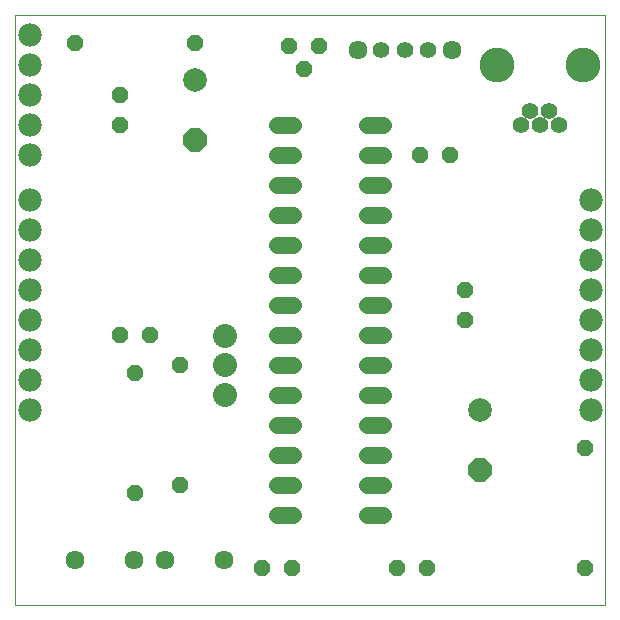
<source format=gts>
G75*
%MOIN*%
%OFA0B0*%
%FSLAX25Y25*%
%IPPOS*%
%LPD*%
%AMOC8*
5,1,8,0,0,1.08239X$1,22.5*
%
%ADD10C,0.00000*%
%ADD11OC8,0.05600*%
%ADD12C,0.07900*%
%ADD13OC8,0.07900*%
%ADD14C,0.07800*%
%ADD15C,0.06337*%
%ADD16C,0.05600*%
%ADD17C,0.08000*%
%ADD18C,0.05550*%
%ADD19C,0.11620*%
D10*
X0001800Y0002000D02*
X0001800Y0198850D01*
X0198650Y0198850D01*
X0198650Y0002000D01*
X0001800Y0002000D01*
D11*
X0041800Y0039500D03*
X0056800Y0042000D03*
X0084300Y0014500D03*
X0094300Y0014500D03*
X0129300Y0014500D03*
X0139300Y0014500D03*
X0191800Y0014500D03*
X0191800Y0054500D03*
X0151800Y0097000D03*
X0151800Y0107000D03*
X0146800Y0152000D03*
X0136800Y0152000D03*
X0103050Y0188250D03*
X0098050Y0180750D03*
X0093050Y0188250D03*
X0061800Y0189500D03*
X0036800Y0172000D03*
X0036800Y0162000D03*
X0021800Y0189500D03*
X0036800Y0092000D03*
X0046800Y0092000D03*
X0056800Y0082000D03*
X0041800Y0079500D03*
D12*
X0061800Y0177000D03*
X0156800Y0067000D03*
D13*
X0156800Y0047000D03*
X0061800Y0157000D03*
D14*
X0006800Y0152000D03*
X0006800Y0162000D03*
X0006800Y0172000D03*
X0006800Y0182000D03*
X0006800Y0192000D03*
X0006800Y0137000D03*
X0006800Y0127000D03*
X0006800Y0117000D03*
X0006800Y0107000D03*
X0006800Y0097000D03*
X0006800Y0087000D03*
X0006800Y0077000D03*
X0006800Y0067000D03*
X0193800Y0067000D03*
X0193800Y0077000D03*
X0193800Y0087000D03*
X0193800Y0097000D03*
X0193800Y0107000D03*
X0193800Y0117000D03*
X0193800Y0127000D03*
X0193800Y0137000D03*
D15*
X0147548Y0187000D03*
X0116052Y0187000D03*
X0071643Y0017000D03*
X0051957Y0017000D03*
X0041643Y0017000D03*
X0021957Y0017000D03*
D16*
X0089200Y0032000D02*
X0094400Y0032000D01*
X0094400Y0042000D02*
X0089200Y0042000D01*
X0089200Y0052000D02*
X0094400Y0052000D01*
X0094400Y0062000D02*
X0089200Y0062000D01*
X0089200Y0072000D02*
X0094400Y0072000D01*
X0094400Y0082000D02*
X0089200Y0082000D01*
X0089200Y0092000D02*
X0094400Y0092000D01*
X0094400Y0102000D02*
X0089200Y0102000D01*
X0089200Y0112000D02*
X0094400Y0112000D01*
X0094400Y0122000D02*
X0089200Y0122000D01*
X0089200Y0132000D02*
X0094400Y0132000D01*
X0094400Y0142000D02*
X0089200Y0142000D01*
X0089200Y0152000D02*
X0094400Y0152000D01*
X0094400Y0162000D02*
X0089200Y0162000D01*
X0119200Y0162000D02*
X0124400Y0162000D01*
X0124400Y0152000D02*
X0119200Y0152000D01*
X0119200Y0142000D02*
X0124400Y0142000D01*
X0124400Y0132000D02*
X0119200Y0132000D01*
X0119200Y0122000D02*
X0124400Y0122000D01*
X0124400Y0112000D02*
X0119200Y0112000D01*
X0119200Y0102000D02*
X0124400Y0102000D01*
X0124400Y0092000D02*
X0119200Y0092000D01*
X0119200Y0082000D02*
X0124400Y0082000D01*
X0124400Y0072000D02*
X0119200Y0072000D01*
X0119200Y0062000D02*
X0124400Y0062000D01*
X0124400Y0052000D02*
X0119200Y0052000D01*
X0119200Y0042000D02*
X0124400Y0042000D01*
X0124400Y0032000D02*
X0119200Y0032000D01*
D17*
X0071800Y0072157D03*
X0071800Y0082000D03*
X0071800Y0091843D03*
D18*
X0123926Y0187000D03*
X0131800Y0187000D03*
X0139674Y0187000D03*
X0170501Y0161921D03*
X0173650Y0166646D03*
X0176800Y0161921D03*
X0179950Y0166646D03*
X0183099Y0161921D03*
D19*
X0191170Y0182000D03*
X0162430Y0182000D03*
M02*

</source>
